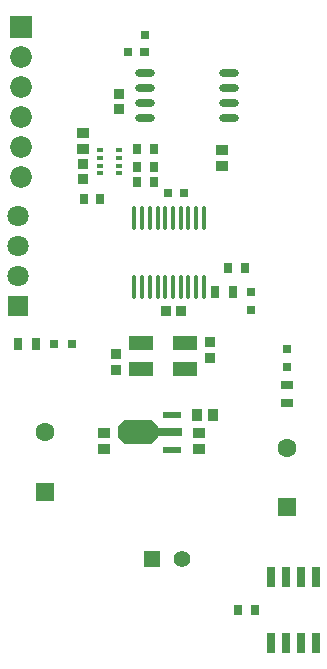
<source format=gbr>
G04*
G04 #@! TF.GenerationSoftware,Altium Limited,Altium Designer,25.7.1 (20)*
G04*
G04 Layer_Color=255*
%FSLAX44Y44*%
%MOMM*%
G71*
G04*
G04 #@! TF.SameCoordinates,265DE244-54D5-4CCD-A973-AF3357FD315F*
G04*
G04*
G04 #@! TF.FilePolarity,Positive*
G04*
G01*
G75*
%ADD16R,0.7000X0.9000*%
%ADD17R,2.0000X1.2000*%
%ADD18R,0.9500X0.8500*%
%ADD19R,0.8000X0.8000*%
%ADD20R,0.7500X1.0000*%
G04:AMPARAMS|DCode=21|XSize=0.76mm|YSize=0.6604mm|CornerRadius=0.0825mm|HoleSize=0mm|Usage=FLASHONLY|Rotation=180.000|XOffset=0mm|YOffset=0mm|HoleType=Round|Shape=RoundedRectangle|*
%AMROUNDEDRECTD21*
21,1,0.7600,0.4953,0,0,180.0*
21,1,0.5949,0.6604,0,0,180.0*
1,1,0.1651,-0.2975,0.2477*
1,1,0.1651,0.2975,0.2477*
1,1,0.1651,0.2975,-0.2477*
1,1,0.1651,-0.2975,-0.2477*
%
%ADD21ROUNDEDRECTD21*%
G04:AMPARAMS|DCode=22|XSize=0.76mm|YSize=0.6604mm|CornerRadius=0.0825mm|HoleSize=0mm|Usage=FLASHONLY|Rotation=270.000|XOffset=0mm|YOffset=0mm|HoleType=Round|Shape=RoundedRectangle|*
%AMROUNDEDRECTD22*
21,1,0.7600,0.4953,0,0,270.0*
21,1,0.5949,0.6604,0,0,270.0*
1,1,0.1651,-0.2477,-0.2975*
1,1,0.1651,-0.2477,0.2975*
1,1,0.1651,0.2477,0.2975*
1,1,0.1651,0.2477,-0.2975*
%
%ADD22ROUNDEDRECTD22*%
%ADD23R,0.9500X0.9500*%
%ADD24R,0.5000X0.3500*%
%ADD25R,1.0000X0.9000*%
%ADD26R,0.9500X0.9500*%
%ADD27O,0.3500X2.1000*%
%ADD28R,0.6500X1.7500*%
%ADD29R,0.9000X1.0000*%
%ADD30R,1.6000X0.6000*%
%ADD31O,1.7000X0.6000*%
%ADD32R,0.8000X0.8000*%
G04:AMPARAMS|DCode=33|XSize=2mm|YSize=3.4mm|CornerRadius=0mm|HoleSize=0mm|Usage=FLASHONLY|Rotation=270.000|XOffset=0mm|YOffset=0mm|HoleType=Round|Shape=Octagon|*
%AMOCTAGOND33*
4,1,8,1.7000,0.5000,1.7000,-0.5000,1.2000,-1.0000,-1.2000,-1.0000,-1.7000,-0.5000,-1.7000,0.5000,-1.2000,1.0000,1.2000,1.0000,1.7000,0.5000,0.0*
%
%ADD33OCTAGOND33*%

%ADD34R,2.0000X0.7000*%
%ADD35R,1.0000X0.7500*%
%ADD36R,1.0500X0.9000*%
%ADD55R,1.8400X1.8400*%
%ADD56C,1.8400*%
%ADD70C,1.4000*%
%ADD71C,1.8000*%
%ADD72R,1.8000X1.8000*%
%ADD73C,1.6000*%
%ADD74R,1.6000X1.6000*%
%ADD75R,1.4000X1.4000*%
D16*
X1686000Y315000D02*
D03*
X1700000D02*
D03*
X1677640Y604520D02*
D03*
X1691640D02*
D03*
X1600500Y705000D02*
D03*
X1555100Y662940D02*
D03*
X1614500Y705000D02*
D03*
Y690000D02*
D03*
Y677500D02*
D03*
X1600500D02*
D03*
X1569100Y662940D02*
D03*
X1600500Y690000D02*
D03*
D17*
X1641000Y541000D02*
D03*
X1604000Y519000D02*
D03*
Y541000D02*
D03*
X1641000Y519000D02*
D03*
D18*
X1662500Y541750D02*
D03*
Y528250D02*
D03*
X1582500Y531750D02*
D03*
Y518250D02*
D03*
D19*
X1696720Y583960D02*
D03*
Y568960D02*
D03*
X1727200Y535820D02*
D03*
Y520820D02*
D03*
D20*
X1666360Y584200D02*
D03*
X1681360D02*
D03*
X1500000Y540000D02*
D03*
X1515000D02*
D03*
D21*
X1607500Y787500D02*
D03*
Y801500D02*
D03*
D22*
X1606500Y787500D02*
D03*
X1592500D02*
D03*
X1640220Y668020D02*
D03*
X1626220D02*
D03*
D23*
X1584960Y751640D02*
D03*
Y739140D02*
D03*
X1554480Y692050D02*
D03*
Y679550D02*
D03*
D24*
X1585000Y691000D02*
D03*
X1569000Y684500D02*
D03*
X1585000D02*
D03*
X1569000Y691000D02*
D03*
Y704000D02*
D03*
Y697500D02*
D03*
X1585000Y704000D02*
D03*
Y697500D02*
D03*
D25*
X1554480Y705320D02*
D03*
Y718820D02*
D03*
X1652500Y450750D02*
D03*
X1572500D02*
D03*
X1652500Y464250D02*
D03*
X1572500D02*
D03*
D26*
X1637500Y567500D02*
D03*
X1625000D02*
D03*
D27*
X1630750Y646500D02*
D03*
X1598250Y588500D02*
D03*
X1624250Y646500D02*
D03*
Y588500D02*
D03*
X1617750Y646500D02*
D03*
X1656750D02*
D03*
X1650250D02*
D03*
X1643750D02*
D03*
X1637250D02*
D03*
X1611250D02*
D03*
X1604750D02*
D03*
X1598250D02*
D03*
X1656750Y588500D02*
D03*
X1650250D02*
D03*
X1643750D02*
D03*
X1637250D02*
D03*
X1630750D02*
D03*
X1617750D02*
D03*
X1611250D02*
D03*
X1604750D02*
D03*
D28*
X1738850Y287000D02*
D03*
X1726150D02*
D03*
X1713450D02*
D03*
X1751550D02*
D03*
X1713450Y343000D02*
D03*
X1726150D02*
D03*
X1738850D02*
D03*
X1751550D02*
D03*
D29*
X1665000Y480000D02*
D03*
X1651500D02*
D03*
D30*
X1630000Y450000D02*
D03*
Y480000D02*
D03*
D31*
X1607000Y730950D02*
D03*
X1678000Y756350D02*
D03*
Y769050D02*
D03*
X1607000Y743650D02*
D03*
Y769050D02*
D03*
Y756350D02*
D03*
X1678000Y743650D02*
D03*
Y730950D02*
D03*
D32*
X1545000Y540000D02*
D03*
X1530000D02*
D03*
D33*
X1601000Y465000D02*
D03*
D34*
X1628000D02*
D03*
D35*
X1727200Y505340D02*
D03*
Y490340D02*
D03*
D36*
X1672500Y690500D02*
D03*
Y704500D02*
D03*
D55*
X1502500Y808700D02*
D03*
D56*
Y783300D02*
D03*
Y757900D02*
D03*
Y732500D02*
D03*
Y707100D02*
D03*
Y681700D02*
D03*
D70*
X1638100Y358140D02*
D03*
D71*
X1500000Y648100D02*
D03*
Y622700D02*
D03*
Y597300D02*
D03*
D72*
Y571900D02*
D03*
D73*
X1727200Y452120D02*
D03*
X1522500Y465000D02*
D03*
D74*
X1727200Y402120D02*
D03*
X1522500Y415000D02*
D03*
D75*
X1613100Y358140D02*
D03*
M02*

</source>
